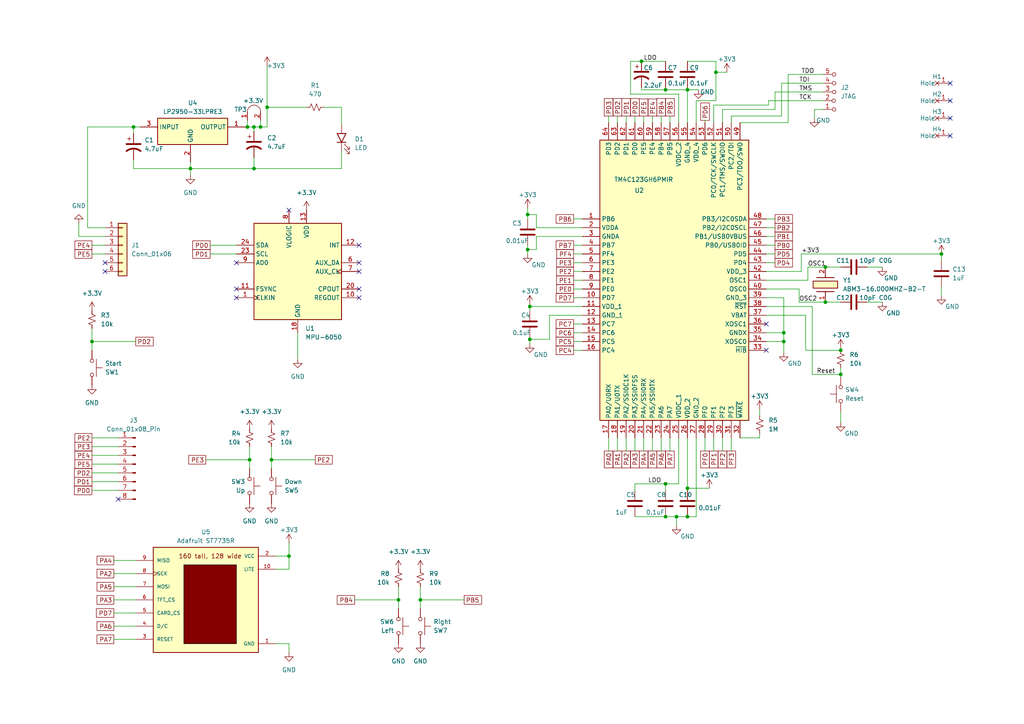
<source format=kicad_sch>
(kicad_sch (version 20230121) (generator eeschema)
  (paper "A4")
  (lib_symbols
    (symbol "ABM3-16_000MHZ-B2-T:ABM3-16.000MHZ-B2-T" (pin_names hide)
      (property "Reference" "Y" (at 8.89 6.35 0))
      (property "Value" "ABM3-16.000MHZ-B2-T" (at 8.89 3.81 0))
      (symbol "ABM3-16.000MHZ-B2-T_1_1"
        (pin passive line (at 0 0 0) (length 2.54) (name "1") (number "1"))
        (pin passive line (at 10.16 0 180) (length 2.54) (name "2") (number "2"))
      )
    )
    (symbol "Connector_Generic:Conn_01x06" (pin_names (offset 1.016) hide)
      (property "Reference" "J1" (at 2.54 0 0))
      (property "Value" "Conn_01x06" (at 2.54 -2.54 0))
      (symbol "Conn_01x06_1_1"
        (pin passive line (at -5.08 5.08 0) (length 3.81) (name "VCC") (number "1"))
        (pin passive line (at -5.08 2.54 0) (length 3.81) (name "GND") (number "2"))
        (pin passive line (at -5.08 0 0) (length 3.81) (name "TXD") (number "3"))
        (pin passive line (at -5.08 -2.54 0) (length 3.81) (name "RXD") (number "4"))
        (pin passive line (at -5.08 -5.08 0) (length 3.81) (name "RTS") (number "5"))
        (pin passive line (at -5.08 -7.62 0) (length 3.81) (name "CTS") (number "6"))
      )
    )
    (symbol "ECE445L:Adafruit_ST7735R" (pin_names (offset 1.016))
      (property "Reference" "U?" (at -15.24 16.002 0))
      (property "Value" "Adafruit ST7735R" (at -15.24 -17.78 0))
      (symbol "Adafruit_ST7735R_1_0"
        (pin power_in line (at 20.32 -12.7 180) (length 5.08) (name "GND") (number "1"))
        (pin power_in line (at 20.32 8.89 180) (length 5.08) (name "LITE") (number "10"))
        (pin power_in line (at 20.32 12.7 180) (length 5.08) (name "VCC") (number "2"))
        (pin input line (at -20.32 -11.43 0) (length 5.08) (name "RESET") (number "3"))
        (pin input line (at -20.32 -7.62 0) (length 5.08) (name "D/C") (number "4"))
        (pin input line (at -20.32 -3.81 0) (length 5.08) (name "CARD_CS") (number "5"))
        (pin input line (at -20.32 0 0) (length 5.08) (name "TFT_CS") (number "6"))
        (pin input line (at -20.32 3.81 0) (length 5.08) (name "MOSI") (number "7"))
        (pin input clock (at -20.32 7.62 0) (length 5.08) (name "SCK") (number "8"))
        (pin output line (at -20.32 11.43 0) (length 5.08) (name "MISO") (number "9"))
      )
      (symbol "Adafruit_ST7735R_1_1"
        (text "160 tall, 128 wide" (at 1.27 12.7 0) (effects (font (size 1.27 1.27))))
      )
    )
    (symbol "ECE445L:C" (pin_numbers hide) (pin_names (offset 0.254))
      (property "Reference" "C" (at 0.635 2.54 0))
      (property "Value" "C" (at 0.635 -2.54 0))
      (symbol "C_1_1"
        (pin passive line (at 0 3.81 270) (length 2.794) (name "~") (number "1"))
        (pin passive line (at 0 -3.81 90) (length 2.794) (name "~") (number "2"))
      )
    )
    (symbol "ECE445L:C_Polarized" (pin_numbers hide) (pin_names (offset 0.254) hide)
      (property "Reference" "C" (at 0.635 2.54 0))
      (property "Value" "C_Polarized" (at 0.635 -2.54 0))
      (symbol "C_Polarized_1_1"
        (pin passive line (at 0 3.81 270) (length 2.794) (name "~") (number "1"))
        (pin passive line (at 0 -3.81 90) (length 3.302) (name "~") (number "2"))
      )
    )
    (symbol "ECE445L:Conn_01x08_Pin" (pin_names (offset 1.016) hide)
      (property "Reference" "J" (at 0 10.16 0))
      (property "Value" "Conn_01x08_Pin" (at 0 -12.7 0))
      (symbol "Conn_01x08_Pin_1_1"
        (pin passive line (at 5.08 7.62 180) (length 3.81) (name "Pin_1") (number "1"))
        (pin passive line (at 5.08 5.08 180) (length 3.81) (name "Pin_2") (number "2"))
        (pin passive line (at 5.08 2.54 180) (length 3.81) (name "Pin_3") (number "3"))
        (pin passive line (at 5.08 0 180) (length 3.81) (name "Pin_4") (number "4"))
        (pin passive line (at 5.08 -2.54 180) (length 3.81) (name "Pin_5") (number "5"))
        (pin passive line (at 5.08 -5.08 180) (length 3.81) (name "Pin_6") (number "6"))
        (pin passive line (at 5.08 -7.62 180) (length 3.81) (name "Pin_7") (number "7"))
        (pin passive line (at 5.08 -10.16 180) (length 3.81) (name "Pin_8") (number "8"))
      )
    )
    (symbol "ECE445L:Header_5" (pin_names (offset 0) hide)
      (property "Reference" "J" (at 0 2.794 0))
      (property "Value" "Header_5" (at 8.89 -9.525 0))
      (symbol "Header_5_1_1"
        (pin passive line (at 5.08 2.54 180) (length 2.54) (name "A") (number "1"))
        (pin passive line (at 5.08 0 180) (length 2.54) (name "B") (number "2"))
        (pin passive line (at 5.08 -2.54 180) (length 2.54) (name "C") (number "3"))
        (pin passive line (at 5.08 -5.08 180) (length 2.54) (name "C") (number "4"))
        (pin passive line (at 5.08 -7.62 180) (length 2.54) (name "C") (number "5"))
      )
    )
    (symbol "ECE445L:LED" (pin_numbers hide) (pin_names (offset 1.016) hide)
      (property "Reference" "D" (at 1.27 1.27 0))
      (property "Value" "LED" (at -5.08 -1.27 0))
      (symbol "LED_1_1"
        (pin passive line (at -1.27 -3.81 90) (length 2.54) (name "K") (number "1"))
        (pin passive line (at -1.27 3.81 270) (length 2.54) (name "A") (number "2"))
      )
    )
    (symbol "ECE445L:MountingHole"
      (property "Reference" "H" (at 0 0 0))
      (symbol "MountingHole_1_1"
        (pin power_in non_logic (at 0 0 180) (length 3.81) (name "Hole") (number "1"))
      )
    )
    (symbol "ECE445L:R_0.125W" (pin_numbers hide) (pin_names (offset 0.254) hide)
      (property "Reference" "R" (at 0.762 0.508 0))
      (property "Value" "R_0.125W" (at 0.762 -1.016 0))
      (symbol "R_0.125W_1_1"
        (pin passive line (at 0 2.54 270) (length 1.016) (name "~") (number "1"))
        (pin passive line (at 0 -2.54 90) (length 1.016) (name "~") (number "2"))
      )
    )
    (symbol "ECE445L:Testpoint" (pin_names (offset 0) hide)
      (property "Reference" "TP" (at 0 2.794 0))
      (property "Value" "TP" (at 0 -2.286 0))
      (symbol "Testpoint_1_1"
        (pin passive line (at -1.905 0 90) (length 2.54) (name "A") (number "1"))
        (pin passive line (at 1.905 0 90) (length 2.54) (name "B") (number "2"))
      )
    )
    (symbol "LP2950-33LPRE3:LP2950-33LPRE3"
      (property "Reference" "IC" (at 17.145 -2.54 0))
      (property "Value" "LP2950-33LPRE3" (at 8.255 4.445 0))
      (symbol "LP2950-33LPRE3_1_1"
        (pin power_out line (at 30.48 0 180) (length 5.08) (name "OUTPUT") (number "1"))
        (pin passive line (at 14.605 -10.16 90) (length 5.08) (name "GND") (number "2"))
        (pin power_in line (at 0 0 0) (length 5.08) (name "INPUT") (number "3"))
      )
    )
    (symbol "Sensor_Motion:MPU-6050"
      (property "Reference" "U" (at -11.43 13.97 0))
      (property "Value" "MPU-6050" (at 7.62 -15.24 0))
      (symbol "MPU-6050_0_0"
        (text "" (at 12.7 -2.54 0) (effects (font (size 1.27 1.27))))
      )
      (symbol "MPU-6050_1_1"
        (pin input clock (at -17.78 -7.62 0) (length 5.08) (name "CLKIN") (number "1"))
        (pin passive line (at 17.78 -7.62 180) (length 5.08) (name "REGOUT") (number "10"))
        (pin input line (at -17.78 -5.08 0) (length 5.08) (name "FSYNC") (number "11"))
        (pin output line (at 17.78 7.62 180) (length 5.08) (name "INT") (number "12"))
        (pin power_in line (at 2.54 17.78 270) (length 3.81) (name "VDD") (number "13"))
        (pin no_connect line (at -12.7 -10.16 0) (length 2.54) hide (name "NC") (number "14"))
        (pin no_connect line (at 12.7 12.7 180) (length 2.54) hide (name "NC") (number "15"))
        (pin no_connect line (at 12.7 10.16 180) (length 2.54) hide (name "NC") (number "16"))
        (pin no_connect line (at 12.7 5.08 180) (length 2.54) hide (name "NC") (number "17"))
        (pin power_in line (at 0 -17.78 90) (length 3.81) (name "GND") (number "18"))
        (pin no_connect line (at 12.7 -10.16 180) (length 2.54) hide (name "RESV") (number "19"))
        (pin no_connect line (at -12.7 12.7 0) (length 2.54) hide (name "NC") (number "2"))
        (pin passive line (at 17.78 -5.08 180) (length 5.08) (name "CPOUT") (number "20"))
        (pin no_connect line (at 12.7 -2.54 180) (length 2.54) hide (name "RESV") (number "21"))
        (pin no_connect line (at 12.7 -12.7 180) (length 2.54) hide (name "RESV") (number "22"))
        (pin input line (at -17.78 5.08 0) (length 5.08) (name "SCL") (number "23"))
        (pin bidirectional line (at -17.78 7.62 0) (length 5.08) (name "SDA") (number "24"))
        (pin no_connect line (at -12.7 10.16 0) (length 2.54) hide (name "NC") (number "3"))
        (pin no_connect line (at -12.7 0 0) (length 2.54) hide (name "NC") (number "4"))
        (pin no_connect line (at -12.7 -2.54 0) (length 2.54) hide (name "NC") (number "5"))
        (pin bidirectional line (at 17.78 2.54 180) (length 5.08) (name "AUX_DA") (number "6"))
        (pin output clock (at 17.78 0 180) (length 5.08) (name "AUX_CL") (number "7"))
        (pin power_in line (at -2.54 17.78 270) (length 3.81) (name "VLOGIC") (number "8"))
        (pin input line (at -17.78 2.54 0) (length 5.08) (name "AD0") (number "9"))
      )
    )
    (symbol "Switch:SW_Push" (pin_numbers hide) (pin_names (offset 1.016) hide)
      (property "Reference" "SW" (at 1.27 2.54 0))
      (property "Value" "SW_Push" (at 0 -1.524 0))
      (symbol "SW_Push_0_1"
        (pin passive line (at -5.08 0 0) (length 2.54) (name "1") (number "1"))
        (pin passive line (at 5.08 0 180) (length 2.54) (name "2") (number "2"))
      )
    )
    (symbol "TM4C123GH6PMIR:TM4C123GH6PMIR"
      (property "Reference" "IC" (at 49.53 27.94 0))
      (property "Value" "TM4C123GH6PMIR" (at 49.53 25.4 0))
      (symbol "TM4C123GH6PMIR_1_1"
        (pin passive line (at 0 0 0) (length 5.08) (name "PB6") (number "1"))
        (pin passive line (at 0 -22.86 0) (length 5.08) (name "PD7") (number "10"))
        (pin passive line (at 0 -25.4 0) (length 5.08) (name "VDD_1") (number "11"))
        (pin passive line (at 0 -27.94 0) (length 5.08) (name "GND_1") (number "12"))
        (pin passive line (at 0 -30.48 0) (length 5.08) (name "PC7") (number "13"))
        (pin passive line (at 0 -33.02 0) (length 5.08) (name "PC6") (number "14"))
        (pin passive line (at 0 -35.56 0) (length 5.08) (name "PC5") (number "15"))
        (pin passive line (at 0 -38.1 0) (length 5.08) (name "PC4") (number "16"))
        (pin passive line (at 7.62 -63.5 90) (length 5.08) (name "PA0/U0RX") (number "17"))
        (pin passive line (at 10.16 -63.5 90) (length 5.08) (name "PA1/U0TX") (number "18"))
        (pin passive line (at 12.7 -63.5 90) (length 5.08) (name "PA2/SSI0C1K") (number "19"))
        (pin passive line (at 0 -2.54 0) (length 5.08) (name "VDDA") (number "2"))
        (pin passive line (at 15.24 -63.5 90) (length 5.08) (name "PA3/SSI0FSS") (number "20"))
        (pin passive line (at 17.78 -63.5 90) (length 5.08) (name "PA4/SSI0RX") (number "21"))
        (pin passive line (at 20.32 -63.5 90) (length 5.08) (name "PA5/SSI0TX") (number "22"))
        (pin passive line (at 22.86 -63.5 90) (length 5.08) (name "PA6") (number "23"))
        (pin passive line (at 25.4 -63.5 90) (length 5.08) (name "PA7") (number "24"))
        (pin passive line (at 27.94 -63.5 90) (length 5.08) (name "VDDC_1") (number "25"))
        (pin passive line (at 30.48 -63.5 90) (length 5.08) (name "VDD_2") (number "26"))
        (pin passive line (at 33.02 -63.5 90) (length 5.08) (name "GND_2") (number "27"))
        (pin passive line (at 35.56 -63.5 90) (length 5.08) (name "PF0") (number "28"))
        (pin passive line (at 38.1 -63.5 90) (length 5.08) (name "PF1") (number "29"))
        (pin passive line (at 0 -5.08 0) (length 5.08) (name "GNDA") (number "3"))
        (pin passive line (at 40.64 -63.5 90) (length 5.08) (name "PF2") (number "30"))
        (pin passive line (at 43.18 -63.5 90) (length 5.08) (name "PF3") (number "31"))
        (pin passive line (at 45.72 -63.5 90) (length 5.08) (name "~{WAKE}") (number "32"))
        (pin passive line (at 53.34 -38.1 180) (length 5.08) (name "~{HIB}") (number "33"))
        (pin passive line (at 53.34 -35.56 180) (length 5.08) (name "XOSC0") (number "34"))
        (pin passive line (at 53.34 -33.02 180) (length 5.08) (name "GNDX") (number "35"))
        (pin passive line (at 53.34 -30.48 180) (length 5.08) (name "XOSC1") (number "36"))
        (pin passive line (at 53.34 -27.94 180) (length 5.08) (name "VBAT") (number "37"))
        (pin passive line (at 53.34 -25.4 180) (length 5.08) (name "~{RST}") (number "38"))
        (pin passive line (at 53.34 -22.86 180) (length 5.08) (name "GND_3") (number "39"))
        (pin passive line (at 0 -7.62 0) (length 5.08) (name "PB7") (number "4"))
        (pin passive line (at 53.34 -20.32 180) (length 5.08) (name "OSC0") (number "40"))
        (pin passive line (at 53.34 -17.78 180) (length 5.08) (name "OSC1") (number "41"))
        (pin passive line (at 53.34 -15.24 180) (length 5.08) (name "VDD_3") (number "42"))
        (pin passive line (at 53.34 -12.7 180) (length 5.08) (name "PD4") (number "43"))
        (pin passive line (at 53.34 -10.16 180) (length 5.08) (name "PD5") (number "44"))
        (pin passive line (at 53.34 -7.62 180) (length 5.08) (name "PB0/USB0ID") (number "45"))
        (pin passive line (at 53.34 -5.08 180) (length 5.08) (name "PB1/USB0VBUS") (number "46"))
        (pin passive line (at 53.34 -2.54 180) (length 5.08) (name "PB2/I2C0SCL") (number "47"))
        (pin passive line (at 53.34 0 180) (length 5.08) (name "PB3/I2C0SDA") (number "48"))
        (pin passive line (at 45.72 27.94 270) (length 5.08) (name "PC3/TDO/SWO") (number "49"))
        (pin passive line (at 0 -10.16 0) (length 5.08) (name "PF4") (number "5"))
        (pin passive line (at 43.18 27.94 270) (length 5.08) (name "PC2/TDI") (number "50"))
        (pin passive line (at 40.64 27.94 270) (length 5.08) (name "PC1/TMS/SWDIO") (number "51"))
        (pin passive line (at 38.1 27.94 270) (length 5.08) (name "PC0/TCK/SWCLK") (number "52"))
        (pin passive line (at 35.56 27.94 270) (length 5.08) (name "PD6") (number "53"))
        (pin passive line (at 33.02 27.94 270) (length 5.08) (name "VDD_4") (number "54"))
        (pin passive line (at 30.48 27.94 270) (length 5.08) (name "GND_4") (number "55"))
        (pin passive line (at 27.94 27.94 270) (length 5.08) (name "VDDC_2") (number "56"))
        (pin passive line (at 25.4 27.94 270) (length 5.08) (name "PB5") (number "57"))
        (pin passive line (at 22.86 27.94 270) (length 5.08) (name "PB4") (number "58"))
        (pin passive line (at 20.32 27.94 270) (length 5.08) (name "PE4") (number "59"))
        (pin passive line (at 0 -12.7 0) (length 5.08) (name "PE3") (number "6"))
        (pin passive line (at 17.78 27.94 270) (length 5.08) (name "PE5") (number "60"))
        (pin passive line (at 15.24 27.94 270) (length 5.08) (name "PD0") (number "61"))
        (pin passive line (at 12.7 27.94 270) (length 5.08) (name "PD1") (number "62"))
        (pin passive line (at 10.16 27.94 270) (length 5.08) (name "PD2") (number "63"))
        (pin passive line (at 7.62 27.94 270) (length 5.08) (name "PD3") (number "64"))
        (pin passive line (at 0 -15.24 0) (length 5.08) (name "PE2") (number "7"))
        (pin passive line (at 0 -17.78 0) (length 5.08) (name "PE1") (number "8"))
        (pin passive line (at 0 -20.32 0) (length 5.08) (name "PE0") (number "9"))
      )
    )
    (symbol "power:+3.3V" (power) (pin_names (offset 0))
      (property "Value" "+3.3V" (at 0 3.556 0))
      (symbol "+3.3V_1_1"
        (pin power_in line (at 0 0 90) (length 0) hide (name "+3.3V") (number "1"))
      )
    )
    (symbol "power:+3V3" (power) (pin_names (offset 0))
      (property "Value" "+3V3" (at 0 3.556 0))
      (symbol "+3V3_1_1"
        (pin power_in line (at 0 0 90) (length 0) hide (name "+3V3") (number "1"))
      )
    )
    (symbol "power:GND" (power) (pin_names (offset 0))
      (property "Value" "GND" (at 0 -3.81 0))
      (symbol "GND_1_1"
        (pin power_in line (at 0 0 270) (length 0) hide (name "GND") (number "1"))
      )
    )
  )
  (junction (at 75.565 36.83))
  (junction (at 78.74 133.35))
  (junction (at 73.66 36.83))
  (junction (at 186.055 17.78))
  (junction (at 153.035 72.39))
  (junction (at 153.035 62.23))
  (junction (at 196.215 149.86))
  (junction (at 227.33 96.52))
  (junction (at 199.39 149.86))
  (junction (at 72.39 133.35))
  (junction (at 193.04 149.86))
  (junction (at 239.395 87.63))
  (junction (at 83.82 161.29))
  (junction (at 73.66 48.895))
  (junction (at 227.33 99.06))
  (junction (at 199.39 26.035))
  (junction (at 153.67 88.9))
  (junction (at 239.395 77.47))
  (junction (at 71.755 36.83))
  (junction (at 26.67 99.06))
  (junction (at 153.67 98.425))
  (junction (at 199.39 141.605))
  (junction (at 243.84 108.585))
  (junction (at 38.735 36.83))
  (junction (at 55.245 48.895))
  (junction (at 193.04 26.035))
  (junction (at 77.47 31.115))
  (junction (at 207.645 20.955))
  (junction (at 121.92 173.99))
  (junction (at 193.04 140.335))
  (junction (at 243.84 101.6))
  (junction (at 273.05 73.66))
  (junction (at 115.57 173.99))
  (no_connect (at 275.59 29.21))
  (no_connect (at 68.58 76.2))
  (no_connect (at 30.48 76.2))
  (no_connect (at 30.48 78.74))
  (no_connect (at 222.25 93.98))
  (no_connect (at 68.58 86.36))
  (no_connect (at 104.14 86.36))
  (no_connect (at 34.29 144.78))
  (no_connect (at 68.58 83.82))
  (no_connect (at 222.25 101.6))
  (no_connect (at 275.59 39.37))
  (no_connect (at 275.59 24.13))
  (no_connect (at 104.14 78.74))
  (no_connect (at 275.59 34.29))
  (no_connect (at 104.14 76.2))
  (no_connect (at 104.14 71.12))
  (no_connect (at 83.82 60.96))
  (no_connect (at 104.14 83.82))
  (wire (pts (xy 102.87 173.99) (xy 115.57 173.99)))
  (wire (pts (xy 26.67 73.66) (xy 30.48 73.66)))
  (wire (pts (xy 196.85 127) (xy 196.85 140.335)))
  (wire (pts (xy 222.25 81.28) (xy 234.315 81.28)))
  (wire (pts (xy 186.055 25.4) (xy 186.055 26.035)))
  (wire (pts (xy 231.775 87.63) (xy 239.395 87.63)))
  (wire (pts (xy 196.85 140.335) (xy 193.04 140.335)))
  (wire (pts (xy 181.61 127) (xy 181.61 130.81)))
  (wire (pts (xy 228.6 35.56) (xy 228.6 21.59)))
  (wire (pts (xy 222.25 86.36) (xy 227.33 86.36)))
  (wire (pts (xy 251.46 77.47) (xy 255.905 77.47)))
  (wire (pts (xy 186.055 17.78) (xy 193.04 17.78)))
  (wire (pts (xy 193.04 149.86) (xy 196.215 149.86)))
  (wire (pts (xy 196.85 35.56) (xy 196.85 27.305)))
  (wire (pts (xy 168.91 68.58) (xy 155.575 68.58)))
  (wire (pts (xy 77.47 19.05) (xy 77.47 31.115)))
  (wire (pts (xy 26.67 137.16) (xy 34.29 137.16)))
  (wire (pts (xy 214.63 127) (xy 220.345 127)))
  (wire (pts (xy 238.76 31.75) (xy 236.22 31.75)))
  (wire (pts (xy 184.15 140.335) (xy 193.04 140.335)))
  (wire (pts (xy 199.39 25.4) (xy 199.39 26.035)))
  (wire (pts (xy 155.575 72.39) (xy 153.035 72.39)))
  (wire (pts (xy 83.82 186.69) (xy 80.01 186.69)))
  (wire (pts (xy 184.15 33.655) (xy 184.15 35.56)))
  (wire (pts (xy 243.84 119.38) (xy 243.84 122.555)))
  (wire (pts (xy 201.93 35.56) (xy 201.93 29.21)))
  (wire (pts (xy 80.01 165.1) (xy 83.82 165.1)))
  (wire (pts (xy 33.02 166.37) (xy 39.37 166.37)))
  (wire (pts (xy 182.88 27.305) (xy 182.88 17.78)))
  (wire (pts (xy 222.25 96.52) (xy 227.33 96.52)))
  (wire (pts (xy 273.05 73.66) (xy 273.05 75.565)))
  (wire (pts (xy 199.39 141.605) (xy 205.74 141.605)))
  (wire (pts (xy 214.63 35.56) (xy 228.6 35.56)))
  (wire (pts (xy 59.69 133.35) (xy 72.39 133.35)))
  (wire (pts (xy 235.585 88.9) (xy 235.585 108.585)))
  (wire (pts (xy 176.53 33.655) (xy 176.53 35.56)))
  (wire (pts (xy 99.06 48.895) (xy 73.66 48.895)))
  (wire (pts (xy 227.33 96.52) (xy 227.33 99.06)))
  (wire (pts (xy 166.37 73.66) (xy 168.91 73.66)))
  (wire (pts (xy 222.25 71.12) (xy 224.79 71.12)))
  (wire (pts (xy 75.565 36.83) (xy 77.47 36.83)))
  (wire (pts (xy 166.37 96.52) (xy 168.91 96.52)))
  (wire (pts (xy 73.66 48.895) (xy 55.245 48.895)))
  (wire (pts (xy 26.67 129.54) (xy 34.29 129.54)))
  (wire (pts (xy 186.055 26.035) (xy 193.04 26.035)))
  (wire (pts (xy 166.37 99.06) (xy 168.91 99.06)))
  (wire (pts (xy 26.67 95.25) (xy 26.67 99.06)))
  (wire (pts (xy 201.93 29.21) (xy 207.645 29.21)))
  (wire (pts (xy 207.645 17.78) (xy 207.645 20.955)))
  (wire (pts (xy 189.23 127) (xy 189.23 130.81)))
  (wire (pts (xy 55.245 46.99) (xy 55.245 48.895)))
  (wire (pts (xy 193.04 25.4) (xy 193.04 26.035)))
  (wire (pts (xy 222.25 73.66) (xy 224.79 73.66)))
  (wire (pts (xy 78.74 133.35) (xy 78.74 135.89)))
  (wire (pts (xy 207.01 35.56) (xy 207.01 30.48)))
  (wire (pts (xy 99.06 43.815) (xy 99.06 48.895)))
  (wire (pts (xy 38.735 48.895) (xy 55.245 48.895)))
  (wire (pts (xy 38.735 36.83) (xy 38.735 38.735)))
  (wire (pts (xy 207.645 17.78) (xy 199.39 17.78)))
  (wire (pts (xy 71.755 34.925) (xy 71.755 36.83)))
  (wire (pts (xy 26.67 139.7) (xy 34.29 139.7)))
  (wire (pts (xy 226.695 33.655) (xy 226.695 24.13)))
  (wire (pts (xy 224.79 31.75) (xy 224.79 26.67)))
  (wire (pts (xy 80.01 161.29) (xy 83.82 161.29)))
  (wire (pts (xy 38.735 46.355) (xy 38.735 48.895)))
  (wire (pts (xy 153.67 88.9) (xy 153.67 88.265)))
  (wire (pts (xy 33.02 173.99) (xy 39.37 173.99)))
  (wire (pts (xy 199.39 141.605) (xy 199.39 142.24)))
  (wire (pts (xy 26.67 142.24) (xy 34.29 142.24)))
  (wire (pts (xy 209.55 35.56) (xy 209.55 31.75)))
  (wire (pts (xy 232.41 78.74) (xy 232.41 73.66)))
  (wire (pts (xy 166.37 101.6) (xy 168.91 101.6)))
  (wire (pts (xy 179.07 33.655) (xy 179.07 35.56)))
  (wire (pts (xy 159.385 91.44) (xy 159.385 98.425)))
  (wire (pts (xy 243.84 100.965) (xy 243.84 101.6)))
  (wire (pts (xy 166.37 81.28) (xy 168.91 81.28)))
  (wire (pts (xy 209.55 31.75) (xy 224.79 31.75)))
  (wire (pts (xy 251.46 87.63) (xy 255.905 87.63)))
  (wire (pts (xy 33.02 177.8) (xy 39.37 177.8)))
  (wire (pts (xy 115.57 173.99) (xy 115.57 176.53)))
  (wire (pts (xy 204.47 127) (xy 204.47 130.81)))
  (wire (pts (xy 235.585 108.585) (xy 243.84 108.585)))
  (wire (pts (xy 121.92 173.99) (xy 134.62 173.99)))
  (wire (pts (xy 153.67 98.425) (xy 153.67 99.695)))
  (wire (pts (xy 207.01 30.48) (xy 222.885 30.48)))
  (wire (pts (xy 201.93 149.86) (xy 199.39 149.86)))
  (wire (pts (xy 38.735 36.83) (xy 40.64 36.83)))
  (wire (pts (xy 166.37 86.36) (xy 168.91 86.36)))
  (wire (pts (xy 153.67 88.9) (xy 153.67 90.17)))
  (wire (pts (xy 194.31 127) (xy 194.31 130.81)))
  (wire (pts (xy 222.25 78.74) (xy 232.41 78.74)))
  (wire (pts (xy 166.37 76.2) (xy 168.91 76.2)))
  (wire (pts (xy 121.92 170.18) (xy 121.92 173.99)))
  (wire (pts (xy 196.215 149.86) (xy 196.215 152.4)))
  (wire (pts (xy 222.25 63.5) (xy 224.79 63.5)))
  (wire (pts (xy 233.68 91.44) (xy 233.68 101.6)))
  (wire (pts (xy 153.035 71.12) (xy 153.035 72.39)))
  (wire (pts (xy 78.74 129.54) (xy 78.74 133.35)))
  (wire (pts (xy 182.88 17.78) (xy 186.055 17.78)))
  (wire (pts (xy 222.25 91.44) (xy 233.68 91.44)))
  (wire (pts (xy 166.37 83.82) (xy 168.91 83.82)))
  (wire (pts (xy 168.91 91.44) (xy 159.385 91.44)))
  (wire (pts (xy 189.23 33.655) (xy 189.23 35.56)))
  (wire (pts (xy 222.885 30.48) (xy 222.885 29.21)))
  (wire (pts (xy 273.05 83.185) (xy 273.05 85.725)))
  (wire (pts (xy 33.02 170.18) (xy 39.37 170.18)))
  (wire (pts (xy 26.67 71.12) (xy 30.48 71.12)))
  (wire (pts (xy 30.48 68.58) (xy 22.86 68.58)))
  (wire (pts (xy 209.55 127) (xy 209.55 130.81)))
  (wire (pts (xy 121.92 173.99) (xy 121.92 176.53)))
  (wire (pts (xy 243.84 106.68) (xy 243.84 108.585)))
  (wire (pts (xy 186.69 127) (xy 186.69 130.81)))
  (wire (pts (xy 73.66 36.83) (xy 75.565 36.83)))
  (wire (pts (xy 166.37 93.98) (xy 168.91 93.98)))
  (wire (pts (xy 77.47 36.83) (xy 77.47 31.115)))
  (wire (pts (xy 83.82 189.23) (xy 83.82 186.69)))
  (wire (pts (xy 25.4 66.04) (xy 25.4 36.83)))
  (wire (pts (xy 153.035 72.39) (xy 153.035 73.66)))
  (wire (pts (xy 224.79 26.67) (xy 238.76 26.67)))
  (wire (pts (xy 26.67 134.62) (xy 34.29 134.62)))
  (wire (pts (xy 72.39 129.54) (xy 72.39 133.35)))
  (wire (pts (xy 194.31 33.655) (xy 194.31 35.56)))
  (wire (pts (xy 99.06 31.115) (xy 99.06 36.195)))
  (wire (pts (xy 93.98 31.115) (xy 99.06 31.115)))
  (wire (pts (xy 115.57 170.18) (xy 115.57 173.99)))
  (wire (pts (xy 71.755 36.83) (xy 73.66 36.83)))
  (wire (pts (xy 184.15 127) (xy 184.15 130.81)))
  (wire (pts (xy 222.25 99.06) (xy 227.33 99.06)))
  (wire (pts (xy 166.37 78.74) (xy 168.91 78.74)))
  (wire (pts (xy 199.39 149.86) (xy 196.215 149.86)))
  (wire (pts (xy 153.67 97.79) (xy 153.67 98.425)))
  (wire (pts (xy 60.96 71.12) (xy 68.58 71.12)))
  (wire (pts (xy 33.02 185.42) (xy 39.37 185.42)))
  (wire (pts (xy 72.39 133.35) (xy 72.39 135.89)))
  (wire (pts (xy 199.39 26.035) (xy 202.565 26.035)))
  (wire (pts (xy 199.39 127) (xy 199.39 141.605)))
  (wire (pts (xy 222.25 83.82) (xy 231.775 83.82)))
  (wire (pts (xy 199.39 26.035) (xy 199.39 35.56)))
  (wire (pts (xy 71.12 36.83) (xy 71.755 36.83)))
  (wire (pts (xy 30.48 66.04) (xy 25.4 66.04)))
  (wire (pts (xy 207.01 127) (xy 207.01 130.81)))
  (wire (pts (xy 232.41 73.66) (xy 273.05 73.66)))
  (wire (pts (xy 166.37 71.12) (xy 168.91 71.12)))
  (wire (pts (xy 201.93 127) (xy 201.93 149.86)))
  (wire (pts (xy 227.33 99.06) (xy 227.33 102.235)))
  (wire (pts (xy 78.74 133.35) (xy 91.44 133.35)))
  (wire (pts (xy 196.85 27.305) (xy 182.88 27.305)))
  (wire (pts (xy 55.245 48.895) (xy 55.245 50.8)))
  (wire (pts (xy 86.36 104.14) (xy 86.36 96.52)))
  (wire (pts (xy 83.82 161.29) (xy 83.82 157.48)))
  (wire (pts (xy 222.25 88.9) (xy 235.585 88.9)))
  (wire (pts (xy 193.04 26.035) (xy 199.39 26.035)))
  (wire (pts (xy 222.25 76.2) (xy 224.79 76.2)))
  (wire (pts (xy 222.25 68.58) (xy 224.79 68.58)))
  (wire (pts (xy 239.395 87.63) (xy 243.84 87.63)))
  (wire (pts (xy 155.575 68.58) (xy 155.575 72.39)))
  (wire (pts (xy 212.09 127) (xy 212.09 130.81)))
  (wire (pts (xy 26.67 99.06) (xy 39.37 99.06)))
  (wire (pts (xy 233.68 101.6) (xy 243.84 101.6)))
  (wire (pts (xy 212.09 33.655) (xy 226.695 33.655)))
  (wire (pts (xy 231.775 83.82) (xy 231.775 87.63)))
  (wire (pts (xy 159.385 98.425) (xy 153.67 98.425)))
  (wire (pts (xy 75.565 34.925) (xy 75.565 36.83)))
  (wire (pts (xy 181.61 33.655) (xy 181.61 35.56)))
  (wire (pts (xy 191.77 33.655) (xy 191.77 35.56)))
  (wire (pts (xy 153.035 62.23) (xy 155.575 62.23)))
  (wire (pts (xy 73.66 45.72) (xy 73.66 48.895)))
  (wire (pts (xy 33.02 162.56) (xy 39.37 162.56)))
  (wire (pts (xy 220.345 127) (xy 220.345 125.73)))
  (wire (pts (xy 153.035 60.325) (xy 153.035 62.23)))
  (wire (pts (xy 155.575 66.04) (xy 168.91 66.04)))
  (wire (pts (xy 212.09 35.56) (xy 212.09 33.655)))
  (wire (pts (xy 22.86 64.77) (xy 22.86 68.58)))
  (wire (pts (xy 220.345 118.745) (xy 220.345 120.65)))
  (wire (pts (xy 33.02 181.61) (xy 39.37 181.61)))
  (wire (pts (xy 204.47 34.925) (xy 204.47 35.56)))
  (wire (pts (xy 222.885 29.21) (xy 238.76 29.21)))
  (wire (pts (xy 234.315 81.28) (xy 234.315 77.47)))
  (wire (pts (xy 176.53 127) (xy 176.53 130.81)))
  (wire (pts (xy 222.25 66.04) (xy 224.79 66.04)))
  (wire (pts (xy 239.395 77.47) (xy 243.84 77.47)))
  (wire (pts (xy 166.37 63.5) (xy 168.91 63.5)))
  (wire (pts (xy 227.33 86.36) (xy 227.33 96.52)))
  (wire (pts (xy 186.69 33.655) (xy 186.69 35.56)))
  (wire (pts (xy 155.575 66.04) (xy 155.575 62.23)))
  (wire (pts (xy 26.67 132.08) (xy 34.29 132.08)))
  (wire (pts (xy 236.22 31.75) (xy 236.22 34.29)))
  (wire (pts (xy 193.04 140.335) (xy 193.04 142.24)))
  (wire (pts (xy 73.66 36.83) (xy 73.66 38.1)))
  (wire (pts (xy 226.695 24.13) (xy 238.76 24.13)))
  (wire (pts (xy 210.82 20.955) (xy 207.645 20.955)))
  (wire (pts (xy 179.07 127) (xy 179.07 130.81)))
  (wire (pts (xy 26.67 127) (xy 34.29 127)))
  (wire (pts (xy 60.96 73.66) (xy 68.58 73.66)))
  (wire (pts (xy 184.15 149.86) (xy 193.04 149.86)))
  (wire (pts (xy 191.77 127) (xy 191.77 130.81)))
  (wire (pts (xy 243.84 108.585) (xy 243.84 109.22)))
  (wire (pts (xy 228.6 21.59) (xy 238.76 21.59)))
  (wire (pts (xy 26.67 99.06) (xy 26.67 101.6)))
  (wire (pts (xy 25.4 36.83) (xy 38.735 36.83)))
  (wire (pts (xy 77.47 31.115) (xy 88.9 31.115)))
  (wire (pts (xy 168.91 88.9) (xy 153.67 88.9)))
  (wire (pts (xy 234.315 77.47) (xy 239.395 77.47)))
  (wire (pts (xy 207.645 20.955) (xy 207.645 29.21)))
  (wire (pts (xy 153.035 62.23) (xy 153.035 63.5)))
  (wire (pts (xy 184.15 142.24) (xy 184.15 140.335)))
  (wire (pts (xy 83.82 165.1) (xy 83.82 161.29)))
  (label "TMS" (at 231.775 26.67 0))
  (label "LDO" (at 187.96 140.335 0))
  (label "LDO" (at 186.69 17.78 0))
  (label "OSC1" (at 234.315 77.47 0))
  (label "OSC2" (at 231.775 87.63 0))
  (label "TCK" (at 231.775 29.21 0))
  (label "+3V3" (at 232.41 73.66 0))
  (label "Reset" (at 236.855 108.585 0))
  (label "TDO" (at 232.41 21.59 0))
  (label "TDI" (at 231.775 24.13 0))
  (global_label "PD4" (shape passive) (at 224.79 76.2 0) (property "Intersheetrefs" "${INTERSHEET_REFS}" (effects hide)))
  (global_label "PE4" (shape passive) (at 26.67 71.12 180) (property "Intersheetrefs" "${INTERSHEET_REFS}" (effects hide)))
  (global_label "PA7" (shape passive) (at 194.31 130.81 270) (property "Intersheetrefs" "${INTERSHEET_REFS}" (effects hide)))
  (global_label "PE4" (shape passive) (at 189.23 33.655 90) (property "Intersheetrefs" "${INTERSHEET_REFS}" (effects hide)))
  (global_label "PA6" (shape passive) (at 33.02 181.61 180) (property "Intersheetrefs" "${INTERSHEET_REFS}" (effects hide)))
  (global_label "PD0" (shape passive) (at 26.67 142.24 180) (property "Intersheetrefs" "${INTERSHEET_REFS}" (effects hide)))
  (global_label "PA7" (shape passive) (at 33.02 185.42 180) (property "Intersheetrefs" "${INTERSHEET_REFS}" (effects hide)))
  (global_label "PA3" (shape passive) (at 184.15 130.81 270) (property "Intersheetrefs" "${INTERSHEET_REFS}" (effects hide)))
  (global_label "PB6" (shape passive) (at 166.37 63.5 180) (property "Intersheetrefs" "${INTERSHEET_REFS}" (effects hide)))
  (global_label "PA4" (shape passive) (at 33.02 162.56 180) (property "Intersheetrefs" "${INTERSHEET_REFS}" (effects hide)))
  (global_label "PA4" (shape passive) (at 186.69 130.81 270) (property "Intersheetrefs" "${INTERSHEET_REFS}" (effects hide)))
  (global_label "PB2" (shape passive) (at 224.79 66.04 0) (property "Intersheetrefs" "${INTERSHEET_REFS}" (effects hide)))
  (global_label "PE3" (shape passive) (at 166.37 76.2 180) (property "Intersheetrefs" "${INTERSHEET_REFS}" (effects hide)))
  (global_label "PE1" (shape passive) (at 166.37 81.28 180) (property "Intersheetrefs" "${INTERSHEET_REFS}" (effects hide)))
  (global_label "PF0" (shape passive) (at 204.47 130.81 270) (property "Intersheetrefs" "${INTERSHEET_REFS}" (effects hide)))
  (global_label "PB5" (shape passive) (at 194.31 33.655 90) (property "Intersheetrefs" "${INTERSHEET_REFS}" (effects hide)))
  (global_label "PB4" (shape passive) (at 191.77 33.655 90) (property "Intersheetrefs" "${INTERSHEET_REFS}" (effects hide)))
  (global_label "PE2" (shape passive) (at 91.44 133.35 0) (property "Intersheetrefs" "${INTERSHEET_REFS}" (effects hide)))
  (global_label "PB7" (shape passive) (at 166.37 71.12 180) (property "Intersheetrefs" "${INTERSHEET_REFS}" (effects hide)))
  (global_label "PA5" (shape passive) (at 189.23 130.81 270) (property "Intersheetrefs" "${INTERSHEET_REFS}" (effects hide)))
  (global_label "PB4" (shape passive) (at 102.87 173.99 180) (property "Intersheetrefs" "${INTERSHEET_REFS}" (effects hide)))
  (global_label "PE3" (shape passive) (at 26.67 129.54 180) (property "Intersheetrefs" "${INTERSHEET_REFS}" (effects hide)))
  (global_label "PC4" (shape passive) (at 166.37 101.6 180) (property "Intersheetrefs" "${INTERSHEET_REFS}" (effects hide)))
  (global_label "PF2" (shape passive) (at 209.55 130.81 270) (property "Intersheetrefs" "${INTERSHEET_REFS}" (effects hide)))
  (global_label "PF4" (shape passive) (at 166.37 73.66 180) (property "Intersheetrefs" "${INTERSHEET_REFS}" (effects hide)))
  (global_label "PA3" (shape passive) (at 33.02 173.99 180) (property "Intersheetrefs" "${INTERSHEET_REFS}" (effects hide)))
  (global_label "PC6" (shape passive) (at 166.37 96.52 180) (property "Intersheetrefs" "${INTERSHEET_REFS}" (effects hide)))
  (global_label "PE0" (shape passive) (at 166.37 83.82 180) (property "Intersheetrefs" "${INTERSHEET_REFS}" (effects hide)))
  (global_label "PD0" (shape passive) (at 184.15 33.655 90) (property "Intersheetrefs" "${INTERSHEET_REFS}" (effects hide)))
  (global_label "PA5" (shape passive) (at 33.02 170.18 180) (property "Intersheetrefs" "${INTERSHEET_REFS}" (effects hide)))
  (global_label "PA1" (shape passive) (at 179.07 130.81 270) (property "Intersheetrefs" "${INTERSHEET_REFS}" (effects hide)))
  (global_label "PB5" (shape passive) (at 134.62 173.99 0) (property "Intersheetrefs" "${INTERSHEET_REFS}" (effects hide)))
  (global_label "PD2" (shape passive) (at 39.37 99.06 0) (property "Intersheetrefs" "${INTERSHEET_REFS}" (effects hide)))
  (global_label "PD5" (shape passive) (at 224.79 73.66 0) (property "Intersheetrefs" "${INTERSHEET_REFS}" (effects hide)))
  (global_label "PC5" (shape passive) (at 166.37 99.06 180) (property "Intersheetrefs" "${INTERSHEET_REFS}" (effects hide)))
  (global_label "PD2" (shape passive) (at 179.07 33.655 90) (property "Intersheetrefs" "${INTERSHEET_REFS}" (effects hide)))
  (global_label "PD2" (shape passive) (at 26.67 137.16 180) (property "Intersheetrefs" "${INTERSHEET_REFS}" (effects hide)))
  (global_label "PA2" (shape passive) (at 181.61 130.81 270) (property "Intersheetrefs" "${INTERSHEET_REFS}" (effects hide)))
  (global_label "PA0" (shape passive) (at 176.53 130.81 270) (property "Intersheetrefs" "${INTERSHEET_REFS}" (effects hide)))
  (global_label "PE5" (shape passive) (at 186.69 33.655 90) (property "Intersheetrefs" "${INTERSHEET_REFS}" (effects hide)))
  (global_label "PA6" (shape passive) (at 191.77 130.81 270) (property "Intersheetrefs" "${INTERSHEET_REFS}" (effects hide)))
  (global_label "PD1" (shape passive) (at 181.61 33.655 90) (property "Intersheetrefs" "${INTERSHEET_REFS}" (effects hide)))
  (global_label "PE5" (shape passive) (at 26.67 134.62 180) (property "Intersheetrefs" "${INTERSHEET_REFS}" (effects hide)))
  (global_label "PE4" (shape passive) (at 26.67 132.08 180) (property "Intersheetrefs" "${INTERSHEET_REFS}" (effects hide)))
  (global_label "PB0" (shape passive) (at 224.79 71.12 0) (property "Intersheetrefs" "${INTERSHEET_REFS}" (effects hide)))
  (global_label "PE3" (shape passive) (at 59.69 133.35 180) (property "Intersheetrefs" "${INTERSHEET_REFS}" (effects hide)))
  (global_label "PE2" (shape passive) (at 26.67 127 180) (property "Intersheetrefs" "${INTERSHEET_REFS}" (effects hide)))
  (global_label "PE2" (shape passive) (at 166.37 78.74 180) (property "Intersheetrefs" "${INTERSHEET_REFS}" (effects hide)))
  (global_label "PD7" (shape passive) (at 33.02 177.8 180) (property "Intersheetrefs" "${INTERSHEET_REFS}" (effects hide)))
  (global_label "PB3" (shape passive) (at 224.79 63.5 0) (property "Intersheetrefs" "${INTERSHEET_REFS}" (effects hide)))
  (global_label "PF3" (shape passive) (at 212.09 130.81 270) (property "Intersheetrefs" "${INTERSHEET_REFS}" (effects hide)))
  (global_label "PD3" (shape passive) (at 176.53 33.655 90) (property "Intersheetrefs" "${INTERSHEET_REFS}" (effects hide)))
  (global_label "PA2" (shape passive) (at 33.02 166.37 180) (property "Intersheetrefs" "${INTERSHEET_REFS}" (effects hide)))
  (global_label "PE5" (shape passive) (at 26.67 73.66 180) (property "Intersheetrefs" "${INTERSHEET_REFS}" (effects hide)))
  (global_label "PD6" (shape passive) (at 204.47 34.925 90) (property "Intersheetrefs" "${INTERSHEET_REFS}" (effects hide)))
  (global_label "PB1" (shape passive) (at 224.79 68.58 0) (property "Intersheetrefs" "${INTERSHEET_REFS}" (effects hide)))
  (global_label "PD0" (shape passive) (at 60.96 71.12 180) (property "Intersheetrefs" "${INTERSHEET_REFS}" (effects hide)))
  (global_label "PD7" (shape passive) (at 166.37 86.36 180) (property "Intersheetrefs" "${INTERSHEET_REFS}" (effects hide)))
  (global_label "PC7" (shape passive) (at 166.37 93.98 180) (property "Intersheetrefs" "${INTERSHEET_REFS}" (effects hide)))
  (global_label "PD1" (shape passive) (at 60.96 73.66 180) (property "Intersheetrefs" "${INTERSHEET_REFS}" (effects hide)))
  (global_label "PD1" (shape passive) (at 26.67 139.7 180) (property "Intersheetrefs" "${INTERSHEET_REFS}" (effects hide)))
  (global_label "PF1" (shape passive) (at 207.01 130.81 270) (property "Intersheetrefs" "${INTERSHEET_REFS}" (effects hide)))
  (symbol (lib_id "power:+3.3V") (at 78.74 124.46 0) (unit 1)
    (property "Reference" "#PWR033" (effects hide))
    (property "Value" "+3.3V" (at 78.74 119.38 0))
  )
  (symbol (lib_id "power:GND") (at 255.905 87.63 0) (unit 1)
    (property "Reference" "#PWR026" (effects hide))
    (property "Value" "GND" (at 259.08 90.805 0))
  )
  (symbol (lib_id "ECE445L:R_0.125W") (at 91.44 31.115 90) (unit 1)
    (property "Reference" "R1" (at 91.44 24.765 90))
    (property "Value" "470" (at 91.44 27.305 90))
    (property "Footprint" "ECE445L:R_Axial_DIN0204_L3.6mm_D1.6mm_P7.62mm_Horizontal" (effects hide))
    (property "Datasheet" "https://users.ece.utexas.edu/~valvano/mspm0/CarbonFilmresistors.pdf" (effects hide))
  )
  (symbol (lib_id "ECE445L:R_0.125W") (at 78.74 127 0) (unit 1)
    (property "Reference" "R7" (at 81.28 125.73 0) (effects (justify left)))
    (property "Value" "10k" (at 81.28 128.27 0) (effects (justify left)))
    (property "Footprint" "ECE445L:R_Axial_DIN0204_L3.6mm_D1.6mm_P7.62mm_Horizontal" (effects hide))
    (property "Datasheet" "https://users.ece.utexas.edu/~valvano/mspm0/CarbonFilmresistors.pdf" (effects hide))
  )
  (symbol (lib_id "power:+3V3") (at 83.82 157.48 0) (unit 1)
    (property "Reference" "#PWR029" (effects hide))
    (property "Value" "+3V3" (at 83.82 153.67 0))
  )
  (symbol (lib_id "Switch:SW_Push") (at 78.74 140.97 270) (unit 1)
    (property "Reference" "SW5" (at 82.55 142.24 90) (effects (justify left)))
    (property "Value" "Down" (at 82.55 139.7 90) (effects (justify left)))
    (property "Footprint" "ECE445L:SW_PUSH_6mm" (effects hide))
  )
  (symbol (lib_id "power:+3.3V") (at 88.9 60.96 0) (unit 1)
    (property "Reference" "#PWR010" (effects hide))
    (property "Value" "+3.3V" (at 88.9 55.88 0))
  )
  (symbol (lib_id "ECE445L:R_0.125W") (at 220.345 123.19 0) (unit 1)
    (property "Reference" "R5" (at 222.885 121.92 0) (effects (justify left)))
    (property "Value" "1M" (at 222.885 124.46 0) (effects (justify left)))
    (property "Footprint" "ECE445L:R_Axial_DIN0204_L3.6mm_D1.6mm_P7.62mm_Horizontal" (effects hide))
    (property "Datasheet" "https://users.ece.utexas.edu/~valvano/mspm0/CarbonFilmresistors.pdf" (effects hide))
  )
  (symbol (lib_id "ECE445L:C") (at 193.04 146.05 0) (unit 1)
    (property "Reference" "C8" (at 190.5 143.51 0) (effects (justify left)))
    (property "Value" "0.1uF" (at 187.325 148.59 0) (effects (justify left)))
    (property "Footprint" "ECE445L:C_Axial_200mil" (effects hide))
  )
  (symbol (lib_id "power:+3.3V") (at 115.57 165.1 0) (unit 1)
    (property "Reference" "#PWR035" (effects hide))
    (property "Value" "+3.3V" (at 115.57 160.02 0))
  )
  (symbol (lib_id "power:GND") (at 86.36 104.14 0) (unit 1)
    (property "Reference" "#PWR015" (effects hide))
    (property "Value" "GND" (at 86.36 109.22 0))
  )
  (symbol (lib_id "ECE445L:R_0.125W") (at 243.84 104.14 0) (unit 1)
    (property "Reference" "R6" (at 246.38 102.87 0) (effects (justify left)))
    (property "Value" "10k" (at 246.38 105.41 0) (effects (justify left)))
    (property "Footprint" "ECE445L:R_Axial_DIN0204_L3.6mm_D1.6mm_P7.62mm_Horizontal" (effects hide))
    (property "Datasheet" "https://users.ece.utexas.edu/~valvano/mspm0/CarbonFilmresistors.pdf" (effects hide))
  )
  (symbol (lib_id "power:GND") (at 72.39 146.05 0) (unit 1)
    (property "Reference" "#PWR032" (effects hide))
    (property "Value" "GND" (at 72.39 151.13 0))
  )
  (symbol (lib_id "ECE445L:MountingHole") (at 275.59 39.37 0) (unit 1)
    (property "Reference" "H4" (at 271.78 37.465 0))
    (property "Value" "~" (at 275.59 39.37 0))
    (property "Footprint" "ECE445L:MountingHole_4_40" (effects hide))
  )
  (symbol (lib_id "ECE445L:MountingHole") (at 275.59 24.13 0) (unit 1)
    (property "Reference" "H1" (at 271.78 22.225 0))
    (property "Value" "~" (at 275.59 24.13 0))
    (property "Footprint" "ECE445L:MountingHole_4_40" (effects hide))
  )
  (symbol (lib_id "power:GND") (at 121.92 186.69 0) (unit 1)
    (property "Reference" "#PWR038" (effects hide))
    (property "Value" "GND" (at 121.92 191.77 0))
  )
  (symbol (lib_id "power:GND") (at 202.565 26.035 0) (unit 1)
    (property "Reference" "#PWR017" (effects hide))
    (property "Value" "GND" (at 205.105 26.67 0))
  )
  (symbol (lib_id "ECE445L:C") (at 199.39 21.59 0) (unit 1)
    (property "Reference" "C9" (at 200.025 19.685 0) (effects (justify left)))
    (property "Value" "0.1uF" (at 200.025 24.13 0) (effects (justify left)))
    (property "Footprint" "ECE445L:C_Axial_200mil" (effects hide))
  )
  (symbol (lib_id "power:+3V3") (at 243.84 100.965 0) (unit 1)
    (property "Reference" "#PWR023" (effects hide))
    (property "Value" "+3V3" (at 243.84 97.155 0))
  )
  (symbol (lib_id "power:GND") (at 196.215 152.4 0) (unit 1)
    (property "Reference" "#PWR016" (effects hide))
    (property "Value" "GND" (at 199.39 155.575 0))
  )
  (symbol (lib_id "ECE445L:Adafruit_ST7735R") (at 59.69 173.99 0) (unit 1)
    (property "Reference" "U5" (at 59.69 154.305 0))
    (property "Value" "Adafruit ST7735R" (at 59.69 156.845 0))
    (property "Footprint" "ECE445L:adafruit_st7735r2" (effects hide))
    (property "Datasheet" "https://www.mouser.com/datasheet/2/737/ST7735R_V0_2-2489618.pdf" (effects hide))
    (property "Distributor" "Mouser" (effects hide))
    (property "Manufacturer" "Adafruit" (effects hide))
    (property "P/N" "358" (effects hide))
    (property "Cost" "19.95" (effects hide))
  )
  (symbol (lib_id "power:GND") (at 255.905 77.47 0) (unit 1)
    (property "Reference" "#PWR025" (effects hide))
    (property "Value" "GND" (at 258.445 80.645 0))
  )
  (symbol (lib_id "Switch:SW_Push") (at 26.67 106.68 270) (unit 1)
    (property "Reference" "SW1" (at 30.48 107.95 90) (effects (justify left)))
    (property "Value" "Start" (at 30.48 105.41 90) (effects (justify left)))
    (property "Footprint" "ECE445L:SW_PUSH_6mm" (effects hide))
  )
  (symbol (lib_id "power:GND") (at 26.67 111.76 0) (unit 1)
    (property "Reference" "#PWR06" (effects hide))
    (property "Value" "GND" (at 26.67 116.84 0))
  )
  (symbol (lib_id "ECE445L:C") (at 153.035 67.31 0) (unit 1)
    (property "Reference" "C3" (at 148.59 64.77 0) (effects (justify left)))
    (property "Value" "0.01uF" (at 146.685 69.85 0) (effects (justify left)))
    (property "Footprint" "ECE445L:C_Axial_200mil" (effects hide))
  )
  (symbol (lib_id "ECE445L:C_Polarized") (at 38.735 42.545 0) (unit 1)
    (property "Reference" "C1" (at 41.91 40.64 0) (effects (justify left)))
    (property "Value" "4.7uF" (at 41.91 43.18 0) (effects (justify left)))
    (property "Footprint" "ECE445L:CP_Radial_Tantal200mil" (effects hide))
  )
  (symbol (lib_id "ECE445L:Testpoint") (at 73.66 34.925 0) (unit 1)
    (property "Reference" "TP3" (at 67.945 31.75 0) (effects (justify left)))
    (property "Value" "+3.3V" (at 70.485 29.21 0) (effects (justify left)))
    (property "Footprint" "ECE445L:Testpoint_1x02_P2.54mm" (effects hide))
  )
  (symbol (lib_id "ECE445L:R_0.125W") (at 26.67 92.71 0) (unit 1)
    (property "Reference" "R3" (at 29.21 91.44 0) (effects (justify left)))
    (property "Value" "10k" (at 29.21 93.98 0) (effects (justify left)))
    (property "Footprint" "ECE445L:R_Axial_DIN0204_L3.6mm_D1.6mm_P7.62mm_Horizontal" (effects hide))
    (property "Datasheet" "https://users.ece.utexas.edu/~valvano/mspm0/CarbonFilmresistors.pdf" (effects hide))
  )
  (symbol (lib_id "power:+3.3V") (at 121.92 165.1 0) (unit 1)
    (property "Reference" "#PWR037" (effects hide))
    (property "Value" "+3.3V" (at 121.92 160.02 0))
  )
  (symbol (lib_id "ECE445L:R_0.125W") (at 115.57 167.64 0) (unit 1)
    (property "Reference" "R8" (at 113.03 166.37 0) (effects (justify right)))
    (property "Value" "10k" (at 113.03 168.91 0) (effects (justify right)))
    (property "Footprint" "ECE445L:R_Axial_DIN0204_L3.6mm_D1.6mm_P7.62mm_Horizontal" (effects hide))
    (property "Datasheet" "https://users.ece.utexas.edu/~valvano/mspm0/CarbonFilmresistors.pdf" (effects hide))
  )
  (symbol (lib_id "power:+3.3V") (at 72.39 124.46 0) (unit 1)
    (property "Reference" "#PWR031" (effects hide))
    (property "Value" "+3.3V" (at 72.39 119.38 0))
  )
  (symbol (lib_id "Sensor_Motion:MPU-6050") (at 86.36 78.74 0) (unit 1)
    (property "Reference" "U1" (at 88.5541 95.25 0) (effects (justify left)))
    (property "Value" "MPU-6050" (at 88.5541 97.79 0) (effects (justify left)))
    (property "Footprint" "gyroLibrary:PinHeader_1x08_P2.54mm_Vertical" (effects hide))
    (property "Datasheet" "https://invensense.tdk.com/wp-content/uploads/2015/02/MPU-6000-Datasheet1.pdf" (effects hide))
  )
  (symbol (lib_id "ABM3-16_000MHZ-B2-T:ABM3-16.000MHZ-B2-T") (at 239.395 87.63 90) (unit 1)
    (property "Reference" "Y1" (at 244.475 81.28 90) (effects (justify right)))
    (property "Value" "ABM3-16.000MHZ-B2-T" (at 244.475 83.82 90) (effects (justify right)))
    (property "Footprint" "ECE445L:ABM3" (effects hide))
    (property "Datasheet" "https://abracon.com/Resonators/abm3.pdf" (effects hide))
    (property "Height" "1.3" (effects hide))
    (property "Mouser Part Number" "815-ABM3-16-B2-T" (effects hide))
    (property "Mouser Price/Stock" "https://www.mouser.co.uk/ProductDetail/ABRACON/ABM3-16.000MHZ-B2-T?qs=H8AWquzS%2FlOF%252BStKHcxcSw%3D%3D" (effects hide))
    (property "Manufacturer_Name" "ABRACON" (effects hide))
    (property "Manufacturer_Part_Number" "ABM3-16.000MHZ-B2-T" (effects hide))
  )
  (symbol (lib_id "power:GND") (at 227.33 102.235 0) (unit 1)
    (property "Reference" "#PWR021" (effects hide))
    (property "Value" "GND" (at 230.505 105.41 0))
  )
  (symbol (lib_id "power:+3V3") (at 153.035 60.325 0) (unit 1)
    (property "Reference" "#PWR011" (effects hide))
    (property "Value" "+3V3" (at 153.035 56.515 0))
  )
  (symbol (lib_id "Connector_Generic:Conn_01x06") (at 35.56 71.12 0) (unit 1)
    (property "Reference" "J1" (at 38.1 71.12 0) (effects (justify left)))
    (property "Value" "Conn_01x06" (at 38.1 73.66 0) (effects (justify left)))
    (property "Footprint" "Connector_PinHeader_2.54mm:PinHeader_1x06_P2.54mm_Vertical" (effects hide))
  )
  (symbol (lib_id "ECE445L:C") (at 184.15 146.05 0) (unit 1)
    (property "Reference" "C5" (at 181.61 143.51 0) (effects (justify left)))
    (property "Value" "1uF" (at 178.435 148.59 0) (effects (justify left)))
    (property "Footprint" "ECE445L:C_Axial_200mil" (effects hide))
  )
  (symbol (lib_id "ECE445L:C_Polarized") (at 186.055 21.59 0) (unit 1)
    (property "Reference" "C6" (at 186.69 19.685 0) (effects (justify left)))
    (property "Value" "2.2uF" (at 186.69 24.765 0) (effects (justify left)))
    (property "Footprint" "ECE445L:CP_Radial_Tantal200mil" (effects hide))
  )
  (symbol (lib_id "power:+3V3") (at 205.74 141.605 0) (unit 1)
    (property "Reference" "#PWR018" (effects hide))
    (property "Value" "+3V3" (at 205.74 137.795 0))
  )
  (symbol (lib_id "ECE445L:LED") (at 100.33 40.005 0) (unit 1)
    (property "Reference" "D1" (at 102.87 40.3225 0) (effects (justify left)))
    (property "Value" "LED" (at 102.87 42.8625 0) (effects (justify left)))
    (property "Footprint" "ECE445L:LED_D5.0mm" (effects hide))
    (property "Datasheet" "https://users.ece.utexas.edu/~valvano/mspm0/HLMP-4700.pdf" (effects hide))
  )
  (symbol (lib_id "power:GND") (at 153.035 73.66 0) (unit 1)
    (property "Reference" "#PWR012" (effects hide))
    (property "Value" "GND" (at 156.21 76.835 0))
  )
  (symbol (lib_id "power:+3V3") (at 77.47 19.05 0) (unit 1)
    (property "Reference" "#PWR09" (effects hide))
    (property "Value" "+3V3" (at 80.01 19.05 0))
  )
  (symbol (lib_id "ECE445L:R_0.125W") (at 121.92 167.64 0) (unit 1)
    (property "Reference" "R9" (at 124.46 166.37 0) (effects (justify left)))
    (property "Value" "10k" (at 124.46 168.91 0) (effects (justify left)))
    (property "Footprint" "ECE445L:R_Axial_DIN0204_L3.6mm_D1.6mm_P7.62mm_Horizontal" (effects hide))
    (property "Datasheet" "https://users.ece.utexas.edu/~valvano/mspm0/CarbonFilmresistors.pdf" (effects hide))
  )
  (symbol (lib_id "power:GND") (at 78.74 146.05 0) (unit 1)
    (property "Reference" "#PWR034" (effects hide))
    (property "Value" "GND" (at 78.74 151.13 0))
  )
  (symbol (lib_id "ECE445L:C") (at 247.65 77.47 90) (unit 1)
    (property "Reference" "C11" (at 244.475 75.565 90))
    (property "Value" "10pF C0G" (at 254 75.565 90))
    (property "Footprint" "ECE445L:C_Axial_200mil" (effects hide))
  )
  (symbol (lib_id "ECE445L:C") (at 273.05 79.375 0) (unit 1)
    (property "Reference" "C13" (at 276.225 78.105 0) (effects (justify left)))
    (property "Value" "1uF" (at 276.225 80.645 0) (effects (justify left)))
    (property "Footprint" "ECE445L:C_Axial_200mil" (effects hide))
  )
  (symbol (lib_id "ECE445L:C") (at 247.65 87.63 90) (unit 1)
    (property "Reference" "C12" (at 244.475 86.36 90))
    (property "Value" "10pF C0G" (at 254 86.36 90))
    (property "Footprint" "ECE445L:C_Axial_200mil" (effects hide))
  )
  (symbol (lib_id "power:GND") (at 83.82 189.23 0) (unit 1)
    (property "Reference" "#PWR030" (effects hide))
    (property "Value" "GND" (at 83.82 194.31 0))
  )
  (symbol (lib_id "power:GND") (at 243.84 122.555 0) (unit 1)
    (property "Reference" "#PWR024" (effects hide))
    (property "Value" "GND" (at 247.015 125.73 0))
  )
  (symbol (lib_id "ECE445L:R_0.125W") (at 72.39 127 0) (unit 1)
    (property "Reference" "R4" (at 69.85 125.73 0) (effects (justify right)))
    (property "Value" "10k" (at 69.85 128.27 0) (effects (justify right)))
    (property "Footprint" "ECE445L:R_Axial_DIN0204_L3.6mm_D1.6mm_P7.62mm_Horizontal" (effects hide))
    (property "Datasheet" "https://users.ece.utexas.edu/~valvano/mspm0/CarbonFilmresistors.pdf" (effects hide))
  )
  (symbol (lib_id "ECE445L:Header_5") (at 243.84 29.21 180) (unit 1)
    (property "Reference" "J2" (at 243.84 25.4 0) (effects (justify right)))
    (property "Value" "JTAG" (at 243.84 27.94 0) (effects (justify right)))
    (property "Footprint" "ECE445L:PinHeader_1x05_P2.54mm_Vertical" (effects hide))
  )
  (symbol (lib_id "power:+3V3") (at 210.82 20.955 0) (unit 1)
    (property "Reference" "#PWR019" (effects hide))
    (property "Value" "+3V3" (at 210.82 17.145 0))
  )
  (symbol (lib_id "power:+3V3") (at 220.345 118.745 0) (unit 1)
    (property "Reference" "#PWR020" (effects hide))
    (property "Value" "+3V3" (at 220.345 114.935 0))
  )
  (symbol (lib_id "LP2950-33LPRE3:LP2950-33LPRE3") (at 40.64 36.83 0) (unit 1)
    (property "Reference" "U4" (at 55.88 29.845 0))
    (property "Value" "LP2950-33LPRE3" (at 55.88 32.385 0))
    (property "Footprint" "ECE445L:TL431CLPM" (effects hide))
    (property "Datasheet" "http://www.ti.com/lit/gpn/lp2950" (effects hide))
    (property "Height" "9.34" (effects hide))
    (property "Mouser Part Number" "595-LP2950-33LPRE3" (effects hide))
    (property "Mouser Price/Stock" "https://www.mouser.co.uk/ProductDetail/Texas-Instruments/LP2950-33LPRE3?qs=iSMark9AYDUagDsOL8Eqdw%3D%3D" (effects hide))
    (property "Manufacturer_Name" "Texas Instruments" (effects hide))
    (property "Manufacturer_Part_Number" "LP2950-33LPRE3" (effects hide))
  )
  (symbol (lib_id "power:+3.3V") (at 26.67 90.17 0) (unit 1)
    (property "Reference" "#PWR04" (effects hide))
    (property "Value" "+3.3V" (at 26.67 85.09 0))
  )
  (symbol (lib_id "ECE445L:C_Polarized") (at 73.66 41.91 0) (unit 1)
    (property "Reference" "C2" (at 77.47 40.005 0) (effects (justify left)))
    (property "Value" "4.7uF" (at 77.47 42.545 0) (effects (justify left)))
    (property "Footprint" "ECE445L:CP_Radial_Tantal200mil" (effects hide))
  )
  (symbol (lib_id "Switch:SW_Push") (at 72.39 140.97 270) (mirror x) (unit 1)
    (property "Reference" "SW3" (at 71.12 139.7 90) (effects (justify right)))
    (property "Value" "Up" (at 71.12 142.24 90) (effects (justify right)))
    (property "Footprint" "ECE445L:SW_PUSH_6mm" (effects hide))
  )
  (symbol (lib_id "ECE445L:MountingHole") (at 275.59 29.21 0) (unit 1)
    (property "Reference" "H2" (at 271.78 27.305 0))
    (property "Value" "~" (at 275.59 29.21 0))
    (property "Footprint" "ECE445L:MountingHole_4_40" (effects hide))
  )
  (symbol (lib_id "ECE445L:C") (at 199.39 146.05 0) (unit 1)
    (property "Reference" "C10" (at 196.85 143.51 0) (effects (justify left)))
    (property "Value" "0.01uF" (at 202.565 147.32 0) (effects (justify left)))
    (property "Footprint" "ECE445L:C_Axial_200mil" (effects hide))
  )
  (symbol (lib_id "Switch:SW_Push") (at 115.57 181.61 270) (mirror x) (unit 1)
    (property "Reference" "SW6" (at 114.3 180.34 90) (effects (justify right)))
    (property "Value" "Left" (at 114.3 182.88 90) (effects (justify right)))
    (property "Footprint" "ECE445L:SW_PUSH_6mm" (effects hide))
  )
  (symbol (lib_id "Switch:SW_Push") (at 121.92 181.61 270) (unit 1)
    (property "Reference" "SW7" (at 125.73 182.88 90) (effects (justify left)))
    (property "Value" "Right" (at 125.73 180.34 90) (effects (justify left)))
    (property "Footprint" "ECE445L:SW_PUSH_6mm" (effects hide))
  )
  (symbol (lib_id "power:GND") (at 115.57 186.69 0) (unit 1)
    (property "Reference" "#PWR036" (effects hide))
    (property "Value" "GND" (at 115.57 191.77 0))
  )
  (symbol (lib_id "power:GND") (at 236.22 34.29 0) (unit 1)
    (property "Reference" "#PWR022" (effects hide))
    (property "Value" "GND" (at 238.76 34.925 0))
  )
  (symbol (lib_id "power:GND") (at 153.67 99.695 0) (unit 1)
    (property "Reference" "#PWR014" (effects hide))
    (property "Value" "GND" (at 156.845 102.87 0))
  )
  (symbol (lib_id "power:+3V3") (at 273.05 73.66 0) (unit 1)
    (property "Reference" "#PWR027" (effects hide))
    (property "Value" "+3V3" (at 273.05 69.85 0))
  )
  (symbol (lib_id "power:GND") (at 22.86 64.77 180) (unit 1)
    (property "Reference" "#PWR01" (effects hide))
    (property "Value" "GND" (at 22.86 59.69 0))
  )
  (symbol (lib_id "ECE445L:MountingHole") (at 275.59 34.29 0) (unit 1)
    (property "Reference" "H3" (at 271.78 32.385 0))
    (property "Value" "~" (at 275.59 34.29 0))
    (property "Footprint" "ECE445L:MountingHole_4_40" (effects hide))
  )
  (symbol (lib_id "power:GND") (at 55.245 50.8 0) (unit 1)
    (property "Reference" "#PWR08" (effects hide))
    (property "Value" "GND" (at 55.245 55.88 0))
  )
  (symbol (lib_id "ECE445L:Conn_01x08_Pin") (at 39.37 134.62 0) (mirror y) (unit 1)
    (property "Reference" "J3" (at 38.735 121.92 0))
    (property "Value" "Conn_01x08_Pin" (at 38.735 124.46 0))
    (property "Footprint" "Connector_PinHeader_2.54mm:PinHeader_1x08_P2.54mm_Vertical" (effects hide))
  )
  (symbol (lib_id "Switch:SW_Push") (at 243.84 114.3 90) (unit 1)
    (property "Reference" "SW4" (at 245.11 113.03 90) (effects (justify right)))
    (property "Value" "Reset" (at 245.11 115.57 90) (effects (justify right)))
    (property "Footprint" "Button_Switch_THT:SW_PUSH_6mm" (effects hide))
  )
  (symbol (lib_id "ECE445L:C") (at 193.04 21.59 0) (unit 1)
    (property "Reference" "C7" (at 193.675 19.685 0) (effects (justify left)))
    (property "Value" "0.1uF" (at 193.675 24.13 0) (effects (justify left)))
    (property "Footprint" "ECE445L:C_Axial_200mil" (effects hide))
  )
  (symbol (lib_id "power:+3V3") (at 153.67 88.265 0) (unit 1)
    (property "Reference" "#PWR013" (effects hide))
    (property "Value" "+3V3" (at 153.67 84.455 0))
  )
  (symbol (lib_id "power:GND") (at 273.05 85.725 0) (unit 1)
    (property "Reference" "#PWR028" (effects hide))
    (property "Value" "GND" (at 276.225 88.9 0))
  )
  (symbol (lib_id "ECE445L:C") (at 153.67 93.98 0) (unit 1)
    (property "Reference" "C4" (at 151.13 91.44 0) (effects (justify left)))
    (property "Value" "0.1uF" (at 148.59 96.52 0) (effects (justify left)))
    (property "Footprint" "ECE445L:C_Axial_200mil" (effects hide))
  )
  (symbol (lib_id "TM4C123GH6PMIR:TM4C123GH6PMIR") (at 168.91 63.5 0) (unit 1)
    (property "Reference" "U2" (at 185.42 55.245 0))
    (property "Value" "TM4C123GH6PMIR" (at 186.69 52.07 0))
    (property "Footprint" "ECE445L:QFP50P1200X1200X160-64N" (effects hide))
    (property "Datasheet" "http://www.ti.com/general/docs/suppproductinfo.tsp?distId=10&gotoUrl=http%3A%2F%2Fwww.ti.com%2Flit%2Fgpn%2Ftm4c123gh6pm" (effects hide))
    (property "Height" "1.6" (effects hide))
    (property "Mouser Part Number" "595-TM4C123GH6PMIR" (effects hide))
    (property "Mouser Price/Stock" "https://www.mouser.co.uk/ProductDetail/Texas-Instruments/TM4C123GH6PMIR?qs=9Y9qB%2FCsC3k3Wi%252BBS4c4WA%3D%3D" (effects hide))
    (property "Manufacturer_Name" "Texas Instruments" (effects hide))
    (property "Manufacturer_Part_Number" "TM4C123GH6PMIR" (effects hide))
  )
)
</source>
